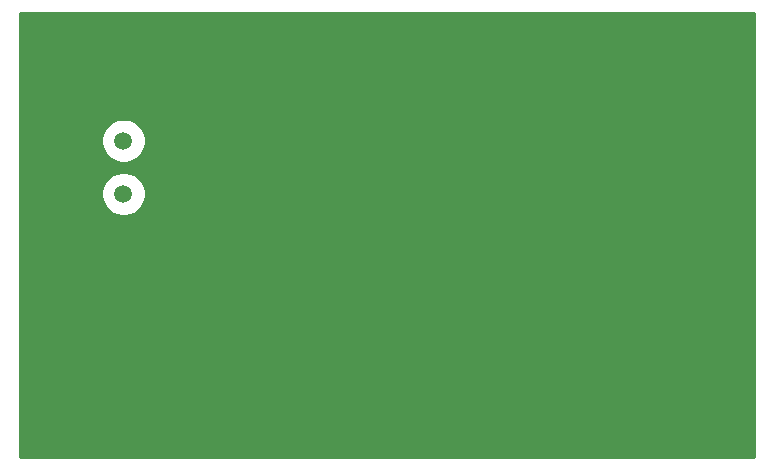
<source format=gbr>
%TF.GenerationSoftware,KiCad,Pcbnew,(5.1.6-0)*%
%TF.CreationDate,2020-10-11T20:53:06-05:00*%
%TF.ProjectId,BatBot,42617442-6f74-42e6-9b69-6361645f7063,rev?*%
%TF.SameCoordinates,Original*%
%TF.FileFunction,Copper,L4,Bot*%
%TF.FilePolarity,Positive*%
%FSLAX46Y46*%
G04 Gerber Fmt 4.6, Leading zero omitted, Abs format (unit mm)*
G04 Created by KiCad (PCBNEW (5.1.6-0)) date 2020-10-11 20:53:06*
%MOMM*%
%LPD*%
G01*
G04 APERTURE LIST*
%TA.AperFunction,ComponentPad*%
%ADD10C,1.498000*%
%TD*%
%TA.AperFunction,ComponentPad*%
%ADD11R,1.498000X1.498000*%
%TD*%
%TA.AperFunction,ViaPad*%
%ADD12C,0.800000*%
%TD*%
%TA.AperFunction,ViaPad*%
%ADD13C,0.250000*%
%TD*%
%TA.AperFunction,Conductor*%
%ADD14C,0.076200*%
%TD*%
%TA.AperFunction,Conductor*%
%ADD15C,0.254000*%
%TD*%
G04 APERTURE END LIST*
D10*
%TO.P,S1,4*%
%TO.N,Net-(C18-Pad2)*%
X104469000Y-96039500D03*
%TO.P,S1,2*%
%TO.N,GND*%
X97969000Y-96039500D03*
%TO.P,S1,3*%
%TO.N,Net-(C18-Pad2)*%
X104469000Y-91539500D03*
D11*
%TO.P,S1,1*%
%TO.N,GND*%
X97969000Y-91539500D03*
%TD*%
D12*
%TO.N,GND*%
X117297200Y-112471200D03*
D13*
X120828000Y-105810000D03*
D12*
X120751600Y-82143600D03*
X135509000Y-84277200D03*
D13*
X120827800Y-104190800D03*
X122834400Y-105816400D03*
D12*
X121107200Y-94640400D03*
X131495800Y-105359200D03*
X155092400Y-115544600D03*
X142621000Y-113512600D03*
X142875000Y-107188000D03*
X145999200Y-103682800D03*
X150139400Y-106553000D03*
X137769600Y-113538000D03*
X135204200Y-91770200D03*
D13*
X124434600Y-107823000D03*
D12*
X143484600Y-82753200D03*
X106324400Y-109220000D03*
D13*
X123634500Y-103822500D03*
X122005405Y-105007095D03*
X122817290Y-104592790D03*
X124053199Y-106616500D03*
%TD*%
D14*
%TO.N,GND*%
X122809000Y-104584500D02*
X122817290Y-104592790D01*
X124079000Y-106616500D02*
X124053199Y-106616500D01*
%TD*%
D15*
%TO.N,GND*%
G36*
X157835685Y-118338600D02*
G01*
X95707285Y-118338600D01*
X95722354Y-95854730D01*
X102593000Y-95854730D01*
X102593000Y-96224270D01*
X102665094Y-96586709D01*
X102806511Y-96928119D01*
X103011816Y-97235380D01*
X103273120Y-97496684D01*
X103580381Y-97701989D01*
X103921791Y-97843406D01*
X104284230Y-97915500D01*
X104653770Y-97915500D01*
X105016209Y-97843406D01*
X105357619Y-97701989D01*
X105664880Y-97496684D01*
X105926184Y-97235380D01*
X106131489Y-96928119D01*
X106272906Y-96586709D01*
X106345000Y-96224270D01*
X106345000Y-95854730D01*
X106272906Y-95492291D01*
X106131489Y-95150881D01*
X105926184Y-94843620D01*
X105664880Y-94582316D01*
X105357619Y-94377011D01*
X105016209Y-94235594D01*
X104653770Y-94163500D01*
X104284230Y-94163500D01*
X103921791Y-94235594D01*
X103580381Y-94377011D01*
X103273120Y-94582316D01*
X103011816Y-94843620D01*
X102806511Y-95150881D01*
X102665094Y-95492291D01*
X102593000Y-95854730D01*
X95722354Y-95854730D01*
X95725370Y-91354730D01*
X102593000Y-91354730D01*
X102593000Y-91724270D01*
X102665094Y-92086709D01*
X102806511Y-92428119D01*
X103011816Y-92735380D01*
X103273120Y-92996684D01*
X103580381Y-93201989D01*
X103921791Y-93343406D01*
X104284230Y-93415500D01*
X104653770Y-93415500D01*
X105016209Y-93343406D01*
X105357619Y-93201989D01*
X105664880Y-92996684D01*
X105926184Y-92735380D01*
X106131489Y-92428119D01*
X106272906Y-92086709D01*
X106345000Y-91724270D01*
X106345000Y-91354730D01*
X106272906Y-90992291D01*
X106131489Y-90650881D01*
X105926184Y-90343620D01*
X105664880Y-90082316D01*
X105357619Y-89877011D01*
X105016209Y-89735594D01*
X104653770Y-89663500D01*
X104284230Y-89663500D01*
X103921791Y-89735594D01*
X103580381Y-89877011D01*
X103273120Y-90082316D01*
X103011816Y-90343620D01*
X102806511Y-90650881D01*
X102665094Y-90992291D01*
X102593000Y-91354730D01*
X95725370Y-91354730D01*
X95732515Y-80695800D01*
X157860915Y-80695800D01*
X157835685Y-118338600D01*
G37*
X157835685Y-118338600D02*
X95707285Y-118338600D01*
X95722354Y-95854730D01*
X102593000Y-95854730D01*
X102593000Y-96224270D01*
X102665094Y-96586709D01*
X102806511Y-96928119D01*
X103011816Y-97235380D01*
X103273120Y-97496684D01*
X103580381Y-97701989D01*
X103921791Y-97843406D01*
X104284230Y-97915500D01*
X104653770Y-97915500D01*
X105016209Y-97843406D01*
X105357619Y-97701989D01*
X105664880Y-97496684D01*
X105926184Y-97235380D01*
X106131489Y-96928119D01*
X106272906Y-96586709D01*
X106345000Y-96224270D01*
X106345000Y-95854730D01*
X106272906Y-95492291D01*
X106131489Y-95150881D01*
X105926184Y-94843620D01*
X105664880Y-94582316D01*
X105357619Y-94377011D01*
X105016209Y-94235594D01*
X104653770Y-94163500D01*
X104284230Y-94163500D01*
X103921791Y-94235594D01*
X103580381Y-94377011D01*
X103273120Y-94582316D01*
X103011816Y-94843620D01*
X102806511Y-95150881D01*
X102665094Y-95492291D01*
X102593000Y-95854730D01*
X95722354Y-95854730D01*
X95725370Y-91354730D01*
X102593000Y-91354730D01*
X102593000Y-91724270D01*
X102665094Y-92086709D01*
X102806511Y-92428119D01*
X103011816Y-92735380D01*
X103273120Y-92996684D01*
X103580381Y-93201989D01*
X103921791Y-93343406D01*
X104284230Y-93415500D01*
X104653770Y-93415500D01*
X105016209Y-93343406D01*
X105357619Y-93201989D01*
X105664880Y-92996684D01*
X105926184Y-92735380D01*
X106131489Y-92428119D01*
X106272906Y-92086709D01*
X106345000Y-91724270D01*
X106345000Y-91354730D01*
X106272906Y-90992291D01*
X106131489Y-90650881D01*
X105926184Y-90343620D01*
X105664880Y-90082316D01*
X105357619Y-89877011D01*
X105016209Y-89735594D01*
X104653770Y-89663500D01*
X104284230Y-89663500D01*
X103921791Y-89735594D01*
X103580381Y-89877011D01*
X103273120Y-90082316D01*
X103011816Y-90343620D01*
X102806511Y-90650881D01*
X102665094Y-90992291D01*
X102593000Y-91354730D01*
X95725370Y-91354730D01*
X95732515Y-80695800D01*
X157860915Y-80695800D01*
X157835685Y-118338600D01*
%TD*%
M02*

</source>
